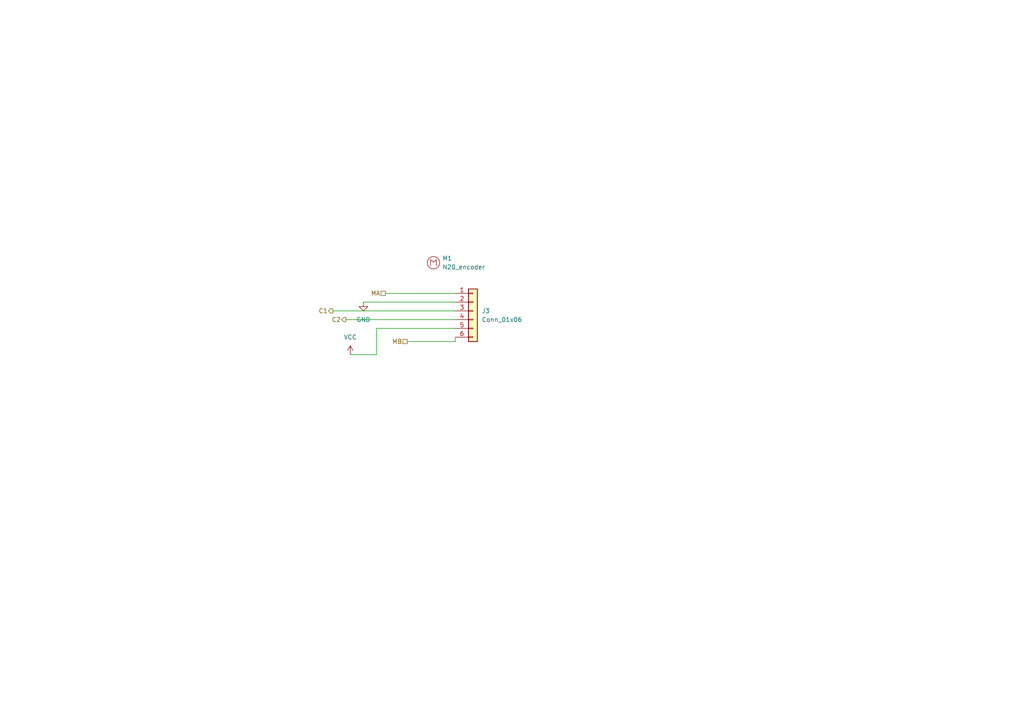
<source format=kicad_sch>
(kicad_sch (version 20230121) (generator eeschema)
  (paper "A4")
  (lib_symbols
    (symbol "Connector_Generic:Conn_01x06" (pin_names (offset 1.016) hide)
      (property "Reference" "J" (at 0 7.62 0))
      (property "Value" "Conn_01x06" (at 0 -10.16 0))
      (symbol "Conn_01x06_1_1"
        (rectangle (start -1.27 -7.493) (end 0 -7.747) (stroke (width 0.1524)))
        (rectangle (start -1.27 -4.953) (end 0 -5.207) (stroke (width 0.1524)))
        (rectangle (start -1.27 -2.413) (end 0 -2.667) (stroke (width 0.1524)))
        (rectangle (start -1.27 0.127) (end 0 -0.127) (stroke (width 0.1524)))
        (rectangle (start -1.27 2.667) (end 0 2.413) (stroke (width 0.1524)))
        (rectangle (start -1.27 5.207) (end 0 4.953) (stroke (width 0.1524)))
        (rectangle (start -1.27 6.35) (end 1.27 -8.89) (stroke (width 0.254)) (fill (type background)))
        (pin passive line (at -5.08 5.08 0) (length 3.81) (name "Pin_1") (number "1"))
        (pin passive line (at -5.08 2.54 0) (length 3.81) (name "Pin_2") (number "2"))
        (pin passive line (at -5.08 0 0) (length 3.81) (name "Pin_3") (number "3"))
        (pin passive line (at -5.08 -2.54 0) (length 3.81) (name "Pin_4") (number "4"))
        (pin passive line (at -5.08 -5.08 0) (length 3.81) (name "Pin_5") (number "5"))
        (pin passive line (at -5.08 -7.62 0) (length 3.81) (name "Pin_6") (number "6"))
      )
    )
    (symbol "minimouse:N20_w_encoder"
      (property "Reference" "M" (at -8.89 1.27 0))
      (property "Value" "N20_encoder" (at 0 -2.54 0))
      (symbol "N20_w_encoder_0_1"
        (polyline (pts (xy -0.8636 -0.8128) (xy -0.8636 0.8636) (xy 0 0.1524) (xy 0.8128 0.8636) (xy 0.8128 -0.8128)))
        (circle (center 0 0) (radius 1.7961))
      )
    )
    (symbol "power:GND" (power) (pin_names (offset 0))
      (property "Value" "GND" (at 0 -3.81 0))
      (symbol "GND_0_1"
        (polyline (pts (xy 0 0) (xy 0 -1.27) (xy 1.27 -1.27) (xy 0 -2.54) (xy -1.27 -1.27) (xy 0 -1.27)))
      )
      (symbol "GND_1_1"
        (pin power_in line (at 0 0 270) (length 0) hide (name "GND") (number "1"))
      )
    )
    (symbol "power:VCC" (power) (pin_names (offset 0))
      (property "Value" "VCC" (at 0 3.81 0))
      (symbol "VCC_0_1"
        (polyline (pts (xy -0.762 1.27) (xy 0 2.54)))
        (polyline (pts (xy 0 0) (xy 0 2.54)))
        (polyline (pts (xy 0 2.54) (xy 0.762 1.27)))
      )
      (symbol "VCC_1_1"
        (pin power_in line (at 0 0 90) (length 0) hide (name "VCC") (number "1"))
      )
    )
  )
  (wire (pts (xy 100.33 92.71) (xy 132.08 92.71)))
  (wire (pts (xy 101.6 102.87) (xy 109.22 102.87)))
  (wire (pts (xy 109.22 95.25) (xy 132.08 95.25)))
  (wire (pts (xy 132.08 99.06) (xy 132.08 97.79)))
  (wire (pts (xy 111.76 85.09) (xy 132.08 85.09)))
  (wire (pts (xy 118.11 99.06) (xy 132.08 99.06)))
  (wire (pts (xy 105.41 87.63) (xy 132.08 87.63)))
  (wire (pts (xy 96.52 90.17) (xy 132.08 90.17)))
  (wire (pts (xy 109.22 102.87) (xy 109.22 95.25)))
  (hierarchical_label "C1" (shape output) (at 96.52 90.17 180))
  (hierarchical_label "C2" (shape output) (at 100.33 92.71 180))
  (hierarchical_label "MB" (shape passive) (at 118.11 99.06 180))
  (hierarchical_label "MA" (shape passive) (at 111.76 85.09 180))
  (symbol (lib_id "Connector_Generic:Conn_01x06") (at 137.16 90.17 0) (unit 1)
    (property "Reference" "J3" (at 139.7 90.17 0) (effects (justify left)))
    (property "Value" "Conn_01x06" (at 139.7 92.71 0) (effects (justify left)))
    (instances (project "minimouse" (path "" (reference "J3") (unit 1)) (path "" (reference "J4") (unit 1))))
  )
  (symbol (lib_id "power:VCC") (at 101.6 102.87 0) (unit 1)
    (property "Reference" "#PWR022" (effects hide))
    (property "Value" "VCC" (at 101.6 97.79 0))
    (instances (project "minimouse" (path "" (reference "#PWR022") (unit 1)) (path "" (reference "#PWR021") (unit 1))))
  )
  (symbol (lib_id "minimouse:N20_w_encoder") (at 125.73 76.2 0) (unit 1)
    (property "Reference" "M1" (at 128.27 74.93 0) (effects (justify left)))
    (property "Value" "N20_encoder" (at 128.27 77.47 0) (effects (justify left)))
    (property "Footprint" "minimouse:N20_with_encoder" (effects hide))
    (instances (project "minimouse" (path "" (reference "M1") (unit 1)) (path "" (reference "M2") (unit 1))))
  )
  (symbol (lib_id "power:GND") (at 105.41 87.63 0) (unit 1)
    (property "Reference" "#PWR020" (effects hide))
    (property "Value" "GND" (at 105.41 92.71 0))
    (instances (project "minimouse" (path "" (reference "#PWR020") (unit 1)) (path "" (reference "#PWR019") (unit 1))))
  )
)
</source>
